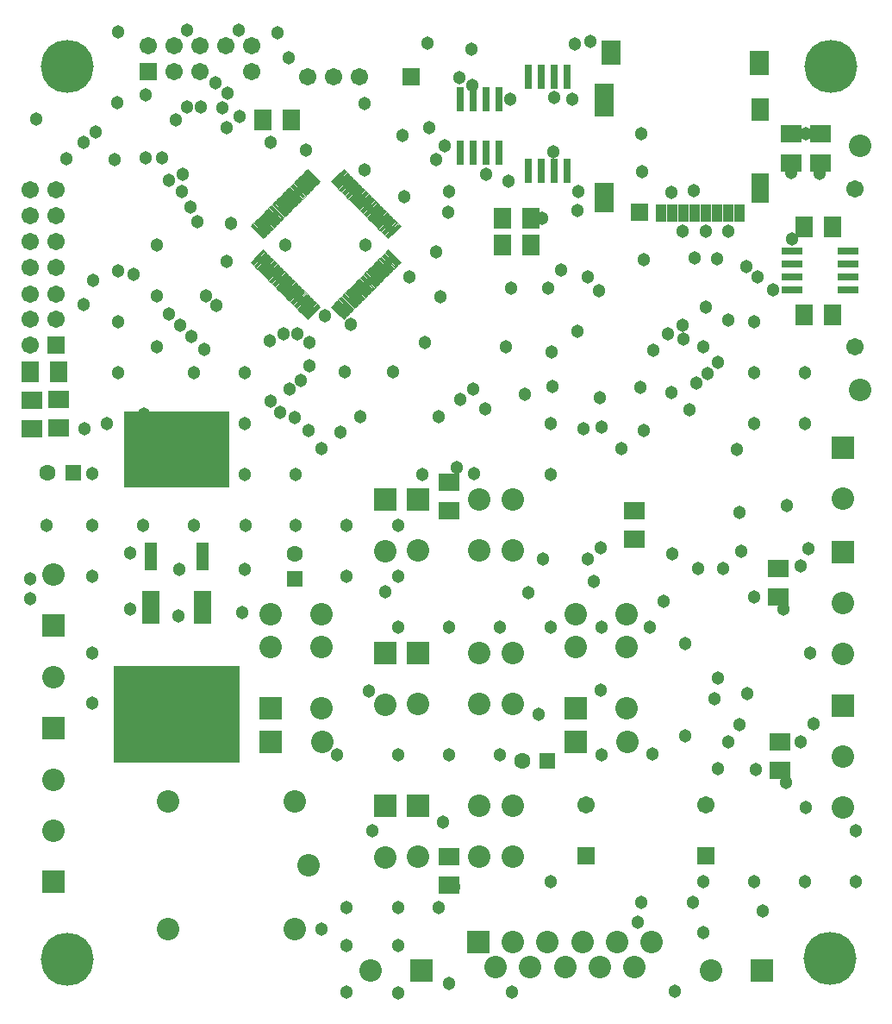
<source format=gbs>
%FSLAX43Y43*%
%MOMM*%
G71*
G01*
G75*
%ADD10C,0.300*%
%ADD11R,1.800X1.600*%
%ADD12R,1.600X1.800*%
%ADD13R,4.000X3.000*%
%ADD14R,0.850X1.300*%
%ADD15R,1.300X0.850*%
%ADD16R,2.200X0.600*%
%ADD17R,2.200X0.600*%
%ADD18C,1.000*%
%ADD19C,0.400*%
%ADD20C,0.500*%
%ADD21C,0.800*%
%ADD22C,0.600*%
%ADD23C,2.000*%
%ADD24C,1.500*%
%ADD25R,1.400X1.400*%
%ADD26C,1.400*%
%ADD27C,5.000*%
%ADD28R,1.500X1.500*%
%ADD29C,1.500*%
%ADD30R,2.000X2.000*%
%ADD31C,1.100*%
%ADD32C,0.075*%
%ADD33R,1.600X2.100*%
%ADD34R,0.600X2.200*%
%ADD35R,0.600X2.200*%
%ADD36R,1.000X2.600*%
%ADD37R,10.200X7.300*%
%ADD38R,1.500X3.000*%
%ADD39R,12.200X9.300*%
%ADD40R,0.800X1.600*%
%ADD41R,1.600X2.800*%
%ADD42R,1.850X0.600*%
%ADD43R,1.700X2.200*%
%ADD44R,1.700X3.000*%
%ADD45R,1.700X2.800*%
%ADD46R,1.600X1.600*%
%ADD47C,1.500*%
%ADD48R,2.003X1.803*%
%ADD49R,1.803X2.003*%
%ADD50R,4.203X3.203*%
%ADD51R,1.053X1.503*%
%ADD52R,1.503X1.053*%
%ADD53R,2.403X0.803*%
%ADD54R,2.403X0.803*%
%ADD55C,2.203*%
%ADD56C,1.703*%
%ADD57R,1.603X1.603*%
%ADD58C,1.603*%
%ADD59C,5.203*%
%ADD60R,1.703X1.703*%
%ADD61C,1.703*%
%ADD62R,2.203X2.203*%
%ADD63C,1.303*%
%ADD64R,1.803X2.303*%
%ADD65R,0.803X2.403*%
%ADD66R,0.803X2.403*%
%ADD67R,1.203X2.803*%
%ADD68R,10.403X7.503*%
%ADD69R,1.703X3.203*%
%ADD70R,12.403X9.503*%
%ADD71R,1.003X1.803*%
%ADD72R,1.803X3.003*%
%ADD73R,2.053X0.803*%
%ADD74R,1.903X2.403*%
%ADD75R,1.903X3.203*%
%ADD76R,1.903X3.003*%
%ADD77R,1.803X1.803*%
D32*
X36764Y77878D02*
X37067Y77575D01*
X35845Y76353D01*
X35542Y76656D01*
X36764Y77878D01*
Y77789D02*
X36978Y77575D01*
X35845Y76441D01*
X35630Y76656D01*
X36764Y77789D01*
Y77701D02*
X36890Y77575D01*
X35845Y76530D01*
X35719Y76656D01*
X36764Y77701D01*
Y77612D02*
X36802Y77575D01*
X35845Y76618D01*
X35807Y76656D01*
X36764Y77612D01*
X36730Y77558D02*
X35879Y76672D01*
X37471Y77171D02*
X37774Y76868D01*
X36552Y75646D01*
X36249Y75949D01*
X37471Y77171D01*
Y77082D02*
X37685Y76868D01*
X36552Y75734D01*
X36337Y75949D01*
X37471Y77082D01*
Y76994D02*
X37597Y76868D01*
X36552Y75823D01*
X36426Y75949D01*
X37471Y76994D01*
Y76905D02*
X37509Y76868D01*
X36552Y75911D01*
X36514Y75949D01*
X37471Y76905D01*
X37437Y76851D02*
X36586Y75965D01*
X37774Y73332D02*
X37471Y73029D01*
X36249Y74251D01*
X36552Y74554D01*
X37774Y73332D01*
X37685D02*
X37471Y73118D01*
X36337Y74251D01*
X36552Y74466D01*
X37685Y73332D01*
X37597D02*
X37471Y73206D01*
X36426Y74251D01*
X36552Y74377D01*
X37597Y73332D01*
X37509D02*
X37471Y73295D01*
X36514Y74251D01*
X36552Y74289D01*
X37509Y73332D01*
X37455Y73367D02*
X36568Y74217D01*
X36713Y72272D02*
X36410Y71969D01*
X35188Y73191D01*
X35491Y73494D01*
X36713Y72272D01*
X36625D02*
X36410Y72057D01*
X35277Y73191D01*
X35491Y73405D01*
X36625Y72272D01*
X36536D02*
X36410Y72146D01*
X35365Y73191D01*
X35491Y73317D01*
X36536Y72272D01*
X36448D02*
X36410Y72234D01*
X35454Y73191D01*
X35491Y73228D01*
X36448Y72272D01*
X36394Y72306D02*
X35508Y73156D01*
X24551Y75949D02*
X24248Y75646D01*
X23026Y76868D01*
X23329Y77171D01*
X24551Y75949D01*
X24463D02*
X24248Y75734D01*
X23115Y76868D01*
X23329Y77082D01*
X24463Y75949D01*
X24374D02*
X24248Y75823D01*
X23203Y76868D01*
X23329Y76994D01*
X24374Y75949D01*
X24286D02*
X24248Y75911D01*
X23291Y76868D01*
X23329Y76905D01*
X24286Y75949D01*
X24232Y75983D02*
X23345Y76833D01*
X24905Y76302D02*
X24602Y75999D01*
X23380Y77221D01*
X23682Y77524D01*
X24905Y76302D01*
X24816D02*
X24602Y76088D01*
X23468Y77221D01*
X23682Y77436D01*
X24816Y76302D01*
X24728D02*
X24602Y76176D01*
X23556Y77221D01*
X23682Y77347D01*
X24728Y76302D01*
X24639D02*
X24602Y76264D01*
X23645Y77221D01*
X23682Y77259D01*
X24639Y76302D01*
X24585Y76336D02*
X23699Y77187D01*
X25258Y76656D02*
X24955Y76353D01*
X23733Y77575D01*
X24036Y77878D01*
X25258Y76656D01*
X25170D02*
X24955Y76441D01*
X23822Y77575D01*
X24036Y77789D01*
X25170Y76656D01*
X25081D02*
X24955Y76530D01*
X23910Y77575D01*
X24036Y77701D01*
X25081Y76656D01*
X24993D02*
X24955Y76618D01*
X23998Y77575D01*
X24036Y77612D01*
X24993Y76656D01*
X24939Y76690D02*
X24052Y77541D01*
X25612Y77009D02*
X25309Y76706D01*
X24087Y77928D01*
X24390Y78231D01*
X25612Y77009D01*
X25523D02*
X25309Y76795D01*
X24175Y77928D01*
X24390Y78143D01*
X25523Y77009D01*
X25435D02*
X25309Y76883D01*
X24264Y77928D01*
X24390Y78054D01*
X25435Y77009D01*
X25346D02*
X25309Y76972D01*
X24352Y77928D01*
X24390Y77966D01*
X25346Y77009D01*
X25292Y77044D02*
X24406Y77894D01*
X25965Y77363D02*
X25662Y77060D01*
X24440Y78282D01*
X24743Y78585D01*
X25965Y77363D01*
X25877D02*
X25662Y77148D01*
X24529Y78282D01*
X24743Y78496D01*
X25877Y77363D01*
X25788D02*
X25662Y77237D01*
X24617Y78282D01*
X24743Y78408D01*
X25788Y77363D01*
X25700D02*
X25662Y77325D01*
X24706Y78282D01*
X24743Y78320D01*
X25700Y77363D01*
X25646Y77397D02*
X24760Y78248D01*
X26319Y77716D02*
X26016Y77414D01*
X24794Y78636D01*
X25097Y78938D01*
X26319Y77716D01*
X26230D02*
X26016Y77502D01*
X24882Y78636D01*
X25097Y78850D01*
X26230Y77716D01*
X26142D02*
X26016Y77590D01*
X24971Y78636D01*
X25097Y78762D01*
X26142Y77716D01*
X26054D02*
X26016Y77679D01*
X25059Y78636D01*
X25097Y78673D01*
X26054Y77716D01*
X26000Y77751D02*
X25113Y78601D01*
X26672Y78070D02*
X26369Y77767D01*
X25147Y78989D01*
X25450Y79292D01*
X26672Y78070D01*
X26584D02*
X26369Y77855D01*
X25236Y78989D01*
X25450Y79203D01*
X26584Y78070D01*
X26496D02*
X26369Y77944D01*
X25324Y78989D01*
X25450Y79115D01*
X26496Y78070D01*
X26407D02*
X26369Y78032D01*
X25413Y78989D01*
X25450Y79027D01*
X26407Y78070D01*
X26353Y78104D02*
X25467Y78955D01*
X27026Y78423D02*
X26723Y78121D01*
X25501Y79343D01*
X25804Y79645D01*
X27026Y78423D01*
X26937D02*
X26723Y78209D01*
X25589Y79343D01*
X25804Y79557D01*
X26937Y78423D01*
X26849D02*
X26723Y78297D01*
X25678Y79343D01*
X25804Y79469D01*
X26849Y78423D01*
X26761D02*
X26723Y78386D01*
X25766Y79343D01*
X25804Y79380D01*
X26761Y78423D01*
X26707Y78458D02*
X25820Y79308D01*
X27379Y78777D02*
X27077Y78474D01*
X25855Y79696D01*
X26157Y79999D01*
X27379Y78777D01*
X27291D02*
X27077Y78563D01*
X25943Y79696D01*
X26157Y79911D01*
X27291Y78777D01*
X27203D02*
X27077Y78651D01*
X26031Y79696D01*
X26157Y79822D01*
X27203Y78777D01*
X27114D02*
X27077Y78739D01*
X26120Y79696D01*
X26157Y79734D01*
X27114Y78777D01*
X27060Y78811D02*
X26174Y79662D01*
X27733Y79131D02*
X27430Y78828D01*
X26208Y80050D01*
X26511Y80353D01*
X27733Y79131D01*
X27645D02*
X27430Y78916D01*
X26297Y80050D01*
X26511Y80264D01*
X27645Y79131D01*
X27556D02*
X27430Y79005D01*
X26385Y80050D01*
X26511Y80176D01*
X27556Y79131D01*
X27468D02*
X27430Y79093D01*
X26473Y80050D01*
X26511Y80087D01*
X27468Y79131D01*
X27414Y79165D02*
X26527Y80015D01*
X28086Y79484D02*
X27784Y79181D01*
X26562Y80403D01*
X26864Y80706D01*
X28086Y79484D01*
X27998D02*
X27784Y79270D01*
X26650Y80403D01*
X26864Y80618D01*
X27998Y79484D01*
X27910D02*
X27784Y79358D01*
X26738Y80403D01*
X26864Y80529D01*
X27910Y79484D01*
X27821D02*
X27784Y79446D01*
X26827Y80403D01*
X26864Y80441D01*
X27821Y79484D01*
X27767Y79518D02*
X26881Y80369D01*
X28440Y79838D02*
X28137Y79535D01*
X26915Y80757D01*
X27218Y81060D01*
X28440Y79838D01*
X28352D02*
X28137Y79623D01*
X27004Y80757D01*
X27218Y80971D01*
X28352Y79838D01*
X28263D02*
X28137Y79712D01*
X27092Y80757D01*
X27218Y80883D01*
X28263Y79838D01*
X28175D02*
X28137Y79800D01*
X27180Y80757D01*
X27218Y80794D01*
X28175Y79838D01*
X28121Y79872D02*
X27234Y80722D01*
X28794Y80191D02*
X28491Y79888D01*
X27269Y81110D01*
X27572Y81413D01*
X28794Y80191D01*
X28705D02*
X28491Y79977D01*
X27357Y81110D01*
X27572Y81325D01*
X28705Y80191D01*
X28617D02*
X28491Y80065D01*
X27446Y81110D01*
X27572Y81236D01*
X28617Y80191D01*
X28528D02*
X28491Y80154D01*
X27534Y81110D01*
X27572Y81148D01*
X28528Y80191D01*
X28474Y80226D02*
X27588Y81076D01*
X29147Y80545D02*
X28844Y80242D01*
X27622Y81464D01*
X27925Y81767D01*
X29147Y80545D01*
X29059D02*
X28844Y80330D01*
X27711Y81464D01*
X27925Y81678D01*
X29059Y80545D01*
X28970D02*
X28844Y80419D01*
X27799Y81464D01*
X27925Y81590D01*
X28970Y80545D01*
X28882D02*
X28844Y80507D01*
X27888Y81464D01*
X27925Y81502D01*
X28882Y80545D01*
X28828Y80579D02*
X27942Y81430D01*
X29501Y80898D02*
X29198Y80595D01*
X27976Y81818D01*
X28279Y82120D01*
X29501Y80898D01*
X29412D02*
X29198Y80684D01*
X28064Y81818D01*
X28279Y82032D01*
X29412Y80898D01*
X29324D02*
X29198Y80772D01*
X28153Y81818D01*
X28279Y81944D01*
X29324Y80898D01*
X29236D02*
X29198Y80861D01*
X28241Y81818D01*
X28279Y81855D01*
X29236Y80898D01*
X29182Y80933D02*
X28295Y81783D01*
X29854Y81252D02*
X29551Y80949D01*
X28329Y82171D01*
X28632Y82474D01*
X29854Y81252D01*
X29766D02*
X29551Y81037D01*
X28418Y82171D01*
X28632Y82385D01*
X29766Y81252D01*
X29677D02*
X29551Y81126D01*
X28506Y82171D01*
X28632Y82297D01*
X29677Y81252D01*
X29589D02*
X29551Y81214D01*
X28595Y82171D01*
X28632Y82209D01*
X29589Y81252D01*
X29535Y81286D02*
X28649Y82137D01*
X29551Y69251D02*
X29854Y68948D01*
X28632Y67726D01*
X28329Y68029D01*
X29551Y69251D01*
Y69163D02*
X29766Y68948D01*
X28632Y67815D01*
X28418Y68029D01*
X29551Y69163D01*
Y69074D02*
X29677Y68948D01*
X28632Y67903D01*
X28506Y68029D01*
X29551Y69074D01*
Y68986D02*
X29589Y68948D01*
X28632Y67991D01*
X28595Y68029D01*
X29551Y68986D01*
X29517Y68932D02*
X28667Y68045D01*
X29198Y69605D02*
X29501Y69302D01*
X28279Y68080D01*
X27976Y68382D01*
X29198Y69605D01*
Y69516D02*
X29412Y69302D01*
X28279Y68168D01*
X28064Y68382D01*
X29198Y69516D01*
Y69428D02*
X29324Y69302D01*
X28279Y68256D01*
X28153Y68382D01*
X29198Y69428D01*
Y69339D02*
X29236Y69302D01*
X28279Y68345D01*
X28241Y68382D01*
X29198Y69339D01*
X29164Y69285D02*
X28313Y68399D01*
X28844Y69958D02*
X29147Y69655D01*
X27925Y68433D01*
X27622Y68736D01*
X28844Y69958D01*
Y69870D02*
X29059Y69655D01*
X27925Y68522D01*
X27711Y68736D01*
X28844Y69870D01*
Y69781D02*
X28970Y69655D01*
X27925Y68610D01*
X27799Y68736D01*
X28844Y69781D01*
Y69693D02*
X28882Y69655D01*
X27925Y68698D01*
X27888Y68736D01*
X28844Y69693D01*
X28810Y69639D02*
X27959Y68752D01*
X28491Y70312D02*
X28794Y70009D01*
X27572Y68787D01*
X27269Y69090D01*
X28491Y70312D01*
Y70223D02*
X28705Y70009D01*
X27572Y68875D01*
X27357Y69090D01*
X28491Y70223D01*
Y70135D02*
X28617Y70009D01*
X27572Y68964D01*
X27446Y69090D01*
X28491Y70135D01*
Y70046D02*
X28528Y70009D01*
X27572Y69052D01*
X27534Y69090D01*
X28491Y70046D01*
X28456Y69992D02*
X27606Y69106D01*
X28137Y70665D02*
X28440Y70362D01*
X27218Y69140D01*
X26915Y69443D01*
X28137Y70665D01*
Y70577D02*
X28352Y70362D01*
X27218Y69229D01*
X27004Y69443D01*
X28137Y70577D01*
Y70488D02*
X28263Y70362D01*
X27218Y69317D01*
X27092Y69443D01*
X28137Y70488D01*
Y70400D02*
X28175Y70362D01*
X27218Y69406D01*
X27180Y69443D01*
X28137Y70400D01*
X28103Y70346D02*
X27252Y69460D01*
X27784Y71019D02*
X28086Y70716D01*
X26864Y69494D01*
X26562Y69797D01*
X27784Y71019D01*
Y70930D02*
X27998Y70716D01*
X26864Y69582D01*
X26650Y69797D01*
X27784Y70930D01*
Y70842D02*
X27910Y70716D01*
X26864Y69671D01*
X26738Y69797D01*
X27784Y70842D01*
Y70754D02*
X27821Y70716D01*
X26864Y69759D01*
X26827Y69797D01*
X27784Y70754D01*
X27749Y70700D02*
X26899Y69813D01*
X27430Y71372D02*
X27733Y71069D01*
X26511Y69847D01*
X26208Y70150D01*
X27430Y71372D01*
Y71284D02*
X27645Y71069D01*
X26511Y69936D01*
X26297Y70150D01*
X27430Y71284D01*
Y71196D02*
X27556Y71069D01*
X26511Y70024D01*
X26385Y70150D01*
X27430Y71196D01*
Y71107D02*
X27468Y71069D01*
X26511Y70113D01*
X26473Y70150D01*
X27430Y71107D01*
X27396Y71053D02*
X26545Y70167D01*
X27077Y71726D02*
X27379Y71423D01*
X26157Y70201D01*
X25855Y70504D01*
X27077Y71726D01*
Y71637D02*
X27291Y71423D01*
X26157Y70289D01*
X25943Y70504D01*
X27077Y71637D01*
Y71549D02*
X27203Y71423D01*
X26157Y70378D01*
X26031Y70504D01*
X27077Y71549D01*
Y71461D02*
X27114Y71423D01*
X26157Y70466D01*
X26120Y70504D01*
X27077Y71461D01*
X27042Y71407D02*
X26192Y70520D01*
X26723Y72079D02*
X27026Y71777D01*
X25804Y70555D01*
X25501Y70857D01*
X26723Y72079D01*
Y71991D02*
X26937Y71777D01*
X25804Y70643D01*
X25589Y70857D01*
X26723Y71991D01*
Y71903D02*
X26849Y71777D01*
X25804Y70731D01*
X25678Y70857D01*
X26723Y71903D01*
Y71814D02*
X26761Y71777D01*
X25804Y70820D01*
X25766Y70857D01*
X26723Y71814D01*
X26689Y71760D02*
X25838Y70874D01*
X26369Y72433D02*
X26672Y72130D01*
X25450Y70908D01*
X25147Y71211D01*
X26369Y72433D01*
Y72345D02*
X26584Y72130D01*
X25450Y70997D01*
X25236Y71211D01*
X26369Y72345D01*
Y72256D02*
X26496Y72130D01*
X25450Y71085D01*
X25324Y71211D01*
X26369Y72256D01*
Y72168D02*
X26407Y72130D01*
X25450Y71173D01*
X25413Y71211D01*
X26369Y72168D01*
X26335Y72114D02*
X25485Y71227D01*
X26016Y72786D02*
X26319Y72484D01*
X25097Y71262D01*
X24794Y71564D01*
X26016Y72786D01*
Y72698D02*
X26230Y72484D01*
X25097Y71350D01*
X24882Y71564D01*
X26016Y72698D01*
Y72610D02*
X26142Y72484D01*
X25097Y71438D01*
X24971Y71564D01*
X26016Y72610D01*
Y72521D02*
X26054Y72484D01*
X25097Y71527D01*
X25059Y71564D01*
X26016Y72521D01*
X25982Y72467D02*
X25131Y71581D01*
X25662Y73140D02*
X25965Y72837D01*
X24743Y71615D01*
X24440Y71918D01*
X25662Y73140D01*
Y73052D02*
X25877Y72837D01*
X24743Y71704D01*
X24529Y71918D01*
X25662Y73052D01*
Y72963D02*
X25788Y72837D01*
X24743Y71792D01*
X24617Y71918D01*
X25662Y72963D01*
Y72875D02*
X25700Y72837D01*
X24743Y71880D01*
X24706Y71918D01*
X25662Y72875D01*
X25628Y72821D02*
X24778Y71934D01*
X25309Y73494D02*
X25612Y73191D01*
X24390Y71969D01*
X24087Y72272D01*
X25309Y73494D01*
Y73405D02*
X25523Y73191D01*
X24390Y72057D01*
X24175Y72272D01*
X25309Y73405D01*
Y73317D02*
X25435Y73191D01*
X24390Y72146D01*
X24264Y72272D01*
X25309Y73317D01*
Y73228D02*
X25346Y73191D01*
X24390Y72234D01*
X24352Y72272D01*
X25309Y73228D01*
X25274Y73174D02*
X24424Y72288D01*
X24955Y73847D02*
X25258Y73544D01*
X24036Y72322D01*
X23733Y72625D01*
X24955Y73847D01*
Y73759D02*
X25170Y73544D01*
X24036Y72411D01*
X23822Y72625D01*
X24955Y73759D01*
Y73670D02*
X25081Y73544D01*
X24036Y72499D01*
X23910Y72625D01*
X24955Y73670D01*
Y73582D02*
X24993Y73544D01*
X24036Y72588D01*
X23998Y72625D01*
X24955Y73582D01*
X24921Y73528D02*
X24070Y72642D01*
X24602Y74201D02*
X24905Y73898D01*
X23682Y72676D01*
X23380Y72979D01*
X24602Y74201D01*
Y74112D02*
X24816Y73898D01*
X23682Y72764D01*
X23468Y72979D01*
X24602Y74112D01*
Y74024D02*
X24728Y73898D01*
X23682Y72853D01*
X23556Y72979D01*
X24602Y74024D01*
Y73936D02*
X24639Y73898D01*
X23682Y72941D01*
X23645Y72979D01*
X24602Y73936D01*
X24567Y73882D02*
X23717Y72995D01*
X24248Y74554D02*
X24551Y74251D01*
X23329Y73029D01*
X23026Y73332D01*
X24248Y74554D01*
Y74466D02*
X24463Y74251D01*
X23329Y73118D01*
X23115Y73332D01*
X24248Y74466D01*
Y74377D02*
X24374Y74251D01*
X23329Y73206D01*
X23203Y73332D01*
X24248Y74377D01*
Y74289D02*
X24286Y74251D01*
X23329Y73295D01*
X23291Y73332D01*
X24248Y74289D01*
X24214Y74235D02*
X23363Y73349D01*
X32471Y68029D02*
X32168Y67726D01*
X30946Y68948D01*
X31249Y69251D01*
X32471Y68029D01*
X32382D02*
X32168Y67815D01*
X31034Y68948D01*
X31249Y69163D01*
X32382Y68029D01*
X32294D02*
X32168Y67903D01*
X31123Y68948D01*
X31249Y69074D01*
X32294Y68029D01*
X32205D02*
X32168Y67991D01*
X31211Y68948D01*
X31249Y68986D01*
X32205Y68029D01*
X32151Y68063D02*
X31265Y68914D01*
X32824Y68382D02*
X32521Y68080D01*
X31299Y69302D01*
X31602Y69605D01*
X32824Y68382D01*
X32736D02*
X32521Y68168D01*
X31388Y69302D01*
X31602Y69516D01*
X32736Y68382D01*
X32647D02*
X32521Y68256D01*
X31476Y69302D01*
X31602Y69428D01*
X32647Y68382D01*
X32559D02*
X32521Y68345D01*
X31564Y69302D01*
X31602Y69339D01*
X32559Y68382D01*
X32505Y68417D02*
X31618Y69267D01*
X33178Y68736D02*
X32875Y68433D01*
X31653Y69655D01*
X31956Y69958D01*
X33178Y68736D01*
X33089D02*
X32875Y68522D01*
X31741Y69655D01*
X31956Y69870D01*
X33089Y68736D01*
X33001D02*
X32875Y68610D01*
X31830Y69655D01*
X31956Y69781D01*
X33001Y68736D01*
X32912D02*
X32875Y68698D01*
X31918Y69655D01*
X31956Y69693D01*
X32912Y68736D01*
X32858Y68770D02*
X31972Y69621D01*
X33531Y69090D02*
X33228Y68787D01*
X32006Y70009D01*
X32309Y70312D01*
X33531Y69090D01*
X33443D02*
X33228Y68875D01*
X32095Y70009D01*
X32309Y70223D01*
X33443Y69090D01*
X33354D02*
X33228Y68964D01*
X32183Y70009D01*
X32309Y70135D01*
X33354Y69090D01*
X33266D02*
X33228Y69052D01*
X32272Y70009D01*
X32309Y70046D01*
X33266Y69090D01*
X33212Y69124D02*
X32326Y69974D01*
X33885Y69443D02*
X33582Y69140D01*
X32360Y70362D01*
X32663Y70665D01*
X33885Y69443D01*
X33796D02*
X33582Y69229D01*
X32448Y70362D01*
X32663Y70577D01*
X33796Y69443D01*
X33708D02*
X33582Y69317D01*
X32537Y70362D01*
X32663Y70488D01*
X33708Y69443D01*
X33620D02*
X33582Y69406D01*
X32625Y70362D01*
X32663Y70400D01*
X33620Y69443D01*
X33566Y69478D02*
X32679Y70328D01*
X34238Y69797D02*
X33936Y69494D01*
X32714Y70716D01*
X33016Y71019D01*
X34238Y69797D01*
X34150D02*
X33936Y69582D01*
X32802Y70716D01*
X33016Y70930D01*
X34150Y69797D01*
X34062D02*
X33936Y69671D01*
X32890Y70716D01*
X33016Y70842D01*
X34062Y69797D01*
X33973D02*
X33936Y69759D01*
X32979Y70716D01*
X33016Y70754D01*
X33973Y69797D01*
X33919Y69831D02*
X33033Y70682D01*
X34592Y70150D02*
X34289Y69847D01*
X33067Y71069D01*
X33370Y71372D01*
X34592Y70150D01*
X34503D02*
X34289Y69936D01*
X33155Y71069D01*
X33370Y71284D01*
X34503Y70150D01*
X34415D02*
X34289Y70024D01*
X33244Y71069D01*
X33370Y71196D01*
X34415Y70150D01*
X34327D02*
X34289Y70113D01*
X33332Y71069D01*
X33370Y71107D01*
X34327Y70150D01*
X34273Y70185D02*
X33386Y71035D01*
X34945Y70504D02*
X34643Y70201D01*
X33421Y71423D01*
X33723Y71726D01*
X34945Y70504D01*
X34857D02*
X34643Y70289D01*
X33509Y71423D01*
X33723Y71637D01*
X34857Y70504D01*
X34769D02*
X34643Y70378D01*
X33597Y71423D01*
X33723Y71549D01*
X34769Y70504D01*
X34680D02*
X34643Y70466D01*
X33686Y71423D01*
X33723Y71461D01*
X34680Y70504D01*
X34626Y70538D02*
X33740Y71389D01*
X35299Y70857D02*
X34996Y70555D01*
X33774Y71777D01*
X34077Y72079D01*
X35299Y70857D01*
X35211D02*
X34996Y70643D01*
X33863Y71777D01*
X34077Y71991D01*
X35211Y70857D01*
X35122D02*
X34996Y70731D01*
X33951Y71777D01*
X34077Y71903D01*
X35122Y70857D01*
X35034D02*
X34996Y70820D01*
X34039Y71777D01*
X34077Y71814D01*
X35034Y70857D01*
X34980Y70892D02*
X34093Y71742D01*
X35653Y71211D02*
X35350Y70908D01*
X34128Y72130D01*
X34431Y72433D01*
X35653Y71211D01*
X35564D02*
X35350Y70997D01*
X34216Y72130D01*
X34431Y72345D01*
X35564Y71211D01*
X35476D02*
X35350Y71085D01*
X34305Y72130D01*
X34431Y72256D01*
X35476Y71211D01*
X35387D02*
X35350Y71173D01*
X34393Y72130D01*
X34431Y72168D01*
X35387Y71211D01*
X35333Y71245D02*
X34447Y72096D01*
X36006Y71564D02*
X35703Y71262D01*
X34481Y72484D01*
X34784Y72786D01*
X36006Y71564D01*
X35918D02*
X35703Y71350D01*
X34570Y72484D01*
X34784Y72698D01*
X35918Y71564D01*
X35829D02*
X35703Y71438D01*
X34658Y72484D01*
X34784Y72610D01*
X35829Y71564D01*
X35741D02*
X35703Y71527D01*
X34746Y72484D01*
X34784Y72521D01*
X35741Y71564D01*
X35687Y71599D02*
X34800Y72449D01*
X36360Y71918D02*
X36057Y71615D01*
X34835Y72837D01*
X35138Y73140D01*
X36360Y71918D01*
X36271D02*
X36057Y71704D01*
X34923Y72837D01*
X35138Y73052D01*
X36271Y71918D01*
X36183D02*
X36057Y71792D01*
X35012Y72837D01*
X35138Y72963D01*
X36183Y71918D01*
X36094D02*
X36057Y71880D01*
X35100Y72837D01*
X35138Y72875D01*
X36094Y71918D01*
X36040Y71952D02*
X35154Y72803D01*
X37067Y72625D02*
X36764Y72322D01*
X35542Y73544D01*
X35845Y73847D01*
X37067Y72625D01*
X36978D02*
X36764Y72411D01*
X35630Y73544D01*
X35845Y73759D01*
X36978Y72625D01*
X36890D02*
X36764Y72499D01*
X35719Y73544D01*
X35845Y73670D01*
X36890Y72625D01*
X36802D02*
X36764Y72588D01*
X35807Y73544D01*
X35845Y73582D01*
X36802Y72625D01*
X36748Y72660D02*
X35861Y73510D01*
X37420Y72979D02*
X37118Y72676D01*
X35895Y73898D01*
X36198Y74201D01*
X37420Y72979D01*
X37332D02*
X37118Y72764D01*
X35984Y73898D01*
X36198Y74112D01*
X37332Y72979D01*
X37244D02*
X37118Y72853D01*
X36072Y73898D01*
X36198Y74024D01*
X37244Y72979D01*
X37155D02*
X37118Y72941D01*
X36161Y73898D01*
X36198Y73936D01*
X37155Y72979D01*
X37101Y73013D02*
X36215Y73864D01*
X37118Y77524D02*
X37420Y77221D01*
X36198Y75999D01*
X35895Y76302D01*
X37118Y77524D01*
Y77436D02*
X37332Y77221D01*
X36198Y76088D01*
X35984Y76302D01*
X37118Y77436D01*
Y77347D02*
X37244Y77221D01*
X36198Y76176D01*
X36072Y76302D01*
X37118Y77347D01*
Y77259D02*
X37155Y77221D01*
X36198Y76264D01*
X36161Y76302D01*
X37118Y77259D01*
X37083Y77205D02*
X36233Y76318D01*
X36410Y78231D02*
X36713Y77928D01*
X35491Y76706D01*
X35188Y77009D01*
X36410Y78231D01*
Y78143D02*
X36625Y77928D01*
X35491Y76795D01*
X35277Y77009D01*
X36410Y78143D01*
Y78054D02*
X36536Y77928D01*
X35491Y76883D01*
X35365Y77009D01*
X36410Y78054D01*
Y77966D02*
X36448Y77928D01*
X35491Y76972D01*
X35454Y77009D01*
X36410Y77966D01*
X36376Y77912D02*
X35526Y77026D01*
X36057Y78585D02*
X36360Y78282D01*
X35138Y77060D01*
X34835Y77363D01*
X36057Y78585D01*
Y78496D02*
X36271Y78282D01*
X35138Y77148D01*
X34923Y77363D01*
X36057Y78496D01*
Y78408D02*
X36183Y78282D01*
X35138Y77237D01*
X35012Y77363D01*
X36057Y78408D01*
Y78320D02*
X36094Y78282D01*
X35138Y77325D01*
X35100Y77363D01*
X36057Y78320D01*
X36022Y78266D02*
X35172Y77379D01*
X35703Y78938D02*
X36006Y78636D01*
X34784Y77413D01*
X34481Y77716D01*
X35703Y78938D01*
Y78850D02*
X35918Y78636D01*
X34784Y77502D01*
X34570Y77716D01*
X35703Y78850D01*
Y78762D02*
X35829Y78636D01*
X34784Y77590D01*
X34658Y77716D01*
X35703Y78762D01*
Y78673D02*
X35741Y78636D01*
X34784Y77679D01*
X34746Y77716D01*
X35703Y78673D01*
X35669Y78619D02*
X34818Y77733D01*
X35350Y79292D02*
X35653Y78989D01*
X34430Y77767D01*
X34128Y78070D01*
X35350Y79292D01*
Y79204D02*
X35564Y78989D01*
X34430Y77855D01*
X34216Y78070D01*
X35350Y79204D01*
Y79115D02*
X35476Y78989D01*
X34430Y77944D01*
X34304Y78070D01*
X35350Y79115D01*
Y79027D02*
X35387Y78989D01*
X34430Y78032D01*
X34393Y78070D01*
X35350Y79027D01*
X35315Y78973D02*
X34465Y78086D01*
X34996Y79645D02*
X35299Y79343D01*
X34077Y78121D01*
X33774Y78423D01*
X34996Y79645D01*
Y79557D02*
X35211Y79343D01*
X34077Y78209D01*
X33863Y78423D01*
X34996Y79557D01*
Y79469D02*
X35122Y79343D01*
X34077Y78297D01*
X33951Y78423D01*
X34996Y79469D01*
Y79380D02*
X35034Y79343D01*
X34077Y78386D01*
X34039Y78423D01*
X34996Y79380D01*
X34962Y79326D02*
X34111Y78440D01*
X34643Y79999D02*
X34945Y79696D01*
X33723Y78474D01*
X33421Y78777D01*
X34643Y79999D01*
Y79911D02*
X34857Y79696D01*
X33723Y78563D01*
X33509Y78777D01*
X34643Y79911D01*
Y79822D02*
X34769Y79696D01*
X33723Y78651D01*
X33597Y78777D01*
X34643Y79822D01*
Y79734D02*
X34680Y79696D01*
X33723Y78739D01*
X33686Y78777D01*
X34643Y79734D01*
X34608Y79680D02*
X33758Y78793D01*
X34289Y80353D02*
X34592Y80050D01*
X33370Y78828D01*
X33067Y79131D01*
X34289Y80353D01*
Y80264D02*
X34503Y80050D01*
X33370Y78916D01*
X33155Y79131D01*
X34289Y80264D01*
Y80176D02*
X34415Y80050D01*
X33370Y79005D01*
X33244Y79131D01*
X34289Y80176D01*
Y80087D02*
X34327Y80050D01*
X33370Y79093D01*
X33332Y79131D01*
X34289Y80087D01*
X34255Y80033D02*
X33404Y79147D01*
X33936Y80706D02*
X34238Y80403D01*
X33016Y79181D01*
X32714Y79484D01*
X33936Y80706D01*
Y80618D02*
X34150Y80403D01*
X33016Y79270D01*
X32802Y79484D01*
X33936Y80618D01*
Y80529D02*
X34062Y80403D01*
X33016Y79358D01*
X32890Y79484D01*
X33936Y80529D01*
Y80441D02*
X33973Y80403D01*
X33016Y79446D01*
X32979Y79484D01*
X33936Y80441D01*
X33901Y80387D02*
X33051Y79500D01*
X33582Y81060D02*
X33885Y80757D01*
X32663Y79535D01*
X32360Y79838D01*
X33582Y81060D01*
Y80971D02*
X33796Y80757D01*
X32663Y79623D01*
X32448Y79838D01*
X33582Y80971D01*
Y80883D02*
X33708Y80757D01*
X32663Y79712D01*
X32537Y79838D01*
X33582Y80883D01*
Y80794D02*
X33620Y80757D01*
X32663Y79800D01*
X32625Y79838D01*
X33582Y80794D01*
X33548Y80740D02*
X32697Y79854D01*
X33228Y81413D02*
X33531Y81110D01*
X32309Y79888D01*
X32006Y80191D01*
X33228Y81413D01*
Y81325D02*
X33443Y81110D01*
X32309Y79977D01*
X32095Y80191D01*
X33228Y81325D01*
Y81236D02*
X33354Y81110D01*
X32309Y80065D01*
X32183Y80191D01*
X33228Y81236D01*
Y81148D02*
X33266Y81110D01*
X32309Y80154D01*
X32272Y80191D01*
X33228Y81148D01*
X33194Y81094D02*
X32344Y80208D01*
X32875Y81767D02*
X33178Y81464D01*
X31956Y80242D01*
X31653Y80545D01*
X32875Y81767D01*
Y81678D02*
X33089Y81464D01*
X31956Y80330D01*
X31741Y80545D01*
X32875Y81678D01*
Y81590D02*
X33001Y81464D01*
X31956Y80419D01*
X31830Y80545D01*
X32875Y81590D01*
Y81502D02*
X32912Y81464D01*
X31956Y80507D01*
X31918Y80545D01*
X32875Y81502D01*
X32841Y81448D02*
X31990Y80561D01*
X32521Y82120D02*
X32824Y81818D01*
X31602Y80595D01*
X31299Y80898D01*
X32521Y82120D01*
Y82032D02*
X32736Y81818D01*
X31602Y80684D01*
X31388Y80898D01*
X32521Y82032D01*
Y81944D02*
X32647Y81818D01*
X31602Y80772D01*
X31476Y80898D01*
X32521Y81944D01*
Y81855D02*
X32559Y81818D01*
X31602Y80861D01*
X31564Y80898D01*
X32521Y81855D01*
X32487Y81801D02*
X31636Y80915D01*
X32168Y82474D02*
X32471Y82171D01*
X31249Y80949D01*
X30946Y81252D01*
X32168Y82474D01*
Y82385D02*
X32382Y82171D01*
X31249Y81037D01*
X31034Y81252D01*
X32168Y82385D01*
Y82297D02*
X32294Y82171D01*
X31249Y81126D01*
X31123Y81252D01*
X32168Y82297D01*
Y82209D02*
X32205Y82171D01*
X31249Y81214D01*
X31211Y81252D01*
X32168Y82209D01*
X32133Y82155D02*
X31283Y81268D01*
D48*
X60707Y48912D02*
D03*
X60707Y46112D02*
D03*
X76143Y83088D02*
D03*
Y85888D02*
D03*
X78993Y83088D02*
D03*
Y85888D02*
D03*
X75083Y26276D02*
D03*
Y23476D02*
D03*
X74893Y43288D02*
D03*
Y40488D02*
D03*
X42507Y48912D02*
D03*
X42507Y51712D02*
D03*
X1583Y56976D02*
D03*
Y59776D02*
D03*
X4217Y59824D02*
D03*
Y57024D02*
D03*
X42500Y15000D02*
D03*
Y12200D02*
D03*
D49*
X1412Y62593D02*
D03*
X4212D02*
D03*
X50576Y75017D02*
D03*
X47776D02*
D03*
X50576Y77617D02*
D03*
X47776Y77617D02*
D03*
X24224Y87283D02*
D03*
X27024D02*
D03*
X77424Y76783D02*
D03*
X80224D02*
D03*
Y68183D02*
D03*
X77424D02*
D03*
D55*
X82896Y60812D02*
D03*
Y84712D02*
D03*
X68308Y3792D02*
D03*
X3700Y42700D02*
D03*
X81208Y50108D02*
D03*
X81204Y39899D02*
D03*
X81204Y34899D02*
D03*
X81204Y24799D02*
D03*
X81204Y19799D02*
D03*
X3700Y32600D02*
D03*
X34800Y3800D02*
D03*
X3699Y17499D02*
D03*
Y22499D02*
D03*
X27404Y20408D02*
D03*
X28704Y14108D02*
D03*
X14904Y20408D02*
D03*
Y7908D02*
D03*
X27404D02*
D03*
X39516Y29999D02*
D03*
X48766Y14997D02*
D03*
Y19997D02*
D03*
X30001Y29516D02*
D03*
X60003Y38766D02*
D03*
X55003D02*
D03*
X60001Y29516D02*
D03*
X55001Y35516D02*
D03*
X60001D02*
D03*
X60083Y26266D02*
D03*
X30003Y38766D02*
D03*
X25003D02*
D03*
X30083Y26266D02*
D03*
X30001Y35516D02*
D03*
X25001D02*
D03*
X39516Y14999D02*
D03*
X45516Y19999D02*
D03*
Y14999D02*
D03*
X36266Y14917D02*
D03*
X48766Y29997D02*
D03*
Y34997D02*
D03*
X36266Y29917D02*
D03*
X45516Y29999D02*
D03*
Y34999D02*
D03*
X39516Y44999D02*
D03*
X45516Y49999D02*
D03*
X45516Y44999D02*
D03*
X36266Y44917D02*
D03*
X48766Y49997D02*
D03*
Y44997D02*
D03*
X47122Y4104D02*
D03*
X48822Y6604D02*
D03*
X62422D02*
D03*
X50522Y4104D02*
D03*
X52222Y6604D02*
D03*
X53922Y4104D02*
D03*
X55622Y6604D02*
D03*
X57322Y4104D02*
D03*
X59022Y6604D02*
D03*
X60722Y4104D02*
D03*
D56*
X13000Y94540D02*
D03*
X15540Y92000D02*
D03*
Y94540D02*
D03*
X18080D02*
D03*
X20620D02*
D03*
X23160Y92000D02*
D03*
Y94540D02*
D03*
D57*
X52189Y24392D02*
D03*
X27392Y42211D02*
D03*
X5589Y52692D02*
D03*
D58*
X49689Y24392D02*
D03*
X27392Y44711D02*
D03*
X3089Y52692D02*
D03*
D59*
X5050Y4900D02*
D03*
X5000Y92500D02*
D03*
X80000D02*
D03*
X79950Y4950D02*
D03*
D60*
X67793Y15099D02*
D03*
X55993D02*
D03*
X38808Y91509D02*
D03*
X3896Y65212D02*
D03*
X13000Y92000D02*
D03*
D61*
X67793Y20099D02*
D03*
X55993D02*
D03*
X28648Y91509D02*
D03*
X31188D02*
D03*
X33728D02*
D03*
X1396Y65212D02*
D03*
X3896Y70212D02*
D03*
X1396D02*
D03*
Y67712D02*
D03*
X3896D02*
D03*
Y72812D02*
D03*
X1396D02*
D03*
X3896Y75312D02*
D03*
Y77912D02*
D03*
X1396D02*
D03*
X3896Y80412D02*
D03*
X1396D02*
D03*
X82396Y65012D02*
D03*
X18080Y92000D02*
D03*
X82396Y80512D02*
D03*
X1396Y75312D02*
D03*
D62*
X73308Y3792D02*
D03*
X3700Y37700D02*
D03*
X81208Y55108D02*
D03*
X81204Y44899D02*
D03*
X81204Y29799D02*
D03*
X3700Y27600D02*
D03*
X3699Y12499D02*
D03*
X39516Y34999D02*
D03*
X25001Y29516D02*
D03*
X55001D02*
D03*
X55003Y26266D02*
D03*
X25003D02*
D03*
X39516Y19999D02*
D03*
X36266Y19997D02*
D03*
Y34997D02*
D03*
X39516Y49999D02*
D03*
X36266Y49997D02*
D03*
X39800Y3800D02*
D03*
X45422Y6604D02*
D03*
D63*
X61400Y85950D02*
D03*
X70800Y54950D02*
D03*
X12550Y58400D02*
D03*
X64450Y44700D02*
D03*
X57450Y45300D02*
D03*
X71100Y27950D02*
D03*
X78350Y28050D02*
D03*
X78000Y35000D02*
D03*
X71200Y44950D02*
D03*
X77850Y45200D02*
D03*
X1400Y40300D02*
D03*
X6700Y57000D02*
D03*
X73050Y80600D02*
D03*
X71750Y72850D02*
D03*
X61493Y82200D02*
D03*
X34350Y75050D02*
D03*
X51650Y77600D02*
D03*
X75400Y39300D02*
D03*
X75648Y22251D02*
D03*
X77600Y19800D02*
D03*
X53550Y72550D02*
D03*
X55700Y56950D02*
D03*
X31900Y56650D02*
D03*
X66599Y80350D02*
D03*
X56450Y94950D02*
D03*
X26450Y75000D02*
D03*
X38100Y79750D02*
D03*
X66500Y10500D02*
D03*
X61400D02*
D03*
X43000Y12050D02*
D03*
X41950Y18400D02*
D03*
X11200Y39300D02*
D03*
Y44800D02*
D03*
X34700Y31200D02*
D03*
X59500Y55050D02*
D03*
X30300Y68050D02*
D03*
X30000Y55050D02*
D03*
X48400Y81250D02*
D03*
X48550Y89300D02*
D03*
X52835Y89515D02*
D03*
X52800Y84150D02*
D03*
X76249Y75601D02*
D03*
X77550Y85888D02*
D03*
X72850Y71850D02*
D03*
X76150Y82100D02*
D03*
X78950Y82000D02*
D03*
X74400Y70595D02*
D03*
X52650Y64500D02*
D03*
X52700Y61100D02*
D03*
X61300Y61000D02*
D03*
X68950Y32500D02*
D03*
X62600Y64700D02*
D03*
X67000Y43250D02*
D03*
X56800Y41950D02*
D03*
X48150Y65050D02*
D03*
X50300Y40900D02*
D03*
X36300Y41000D02*
D03*
X55150Y66550D02*
D03*
Y78400D02*
D03*
X42450Y78200D02*
D03*
X65600Y65800D02*
D03*
X66150Y58800D02*
D03*
X27350Y58050D02*
D03*
X40200Y65450D02*
D03*
X41500Y58200D02*
D03*
X33800Y58150D02*
D03*
X77050Y43500D02*
D03*
X77100Y26250D02*
D03*
X72683Y23500D02*
D03*
X72500Y40500D02*
D03*
X28850Y65450D02*
D03*
X28000Y61700D02*
D03*
X66800Y61500D02*
D03*
X70000Y26250D02*
D03*
X67950Y62400D02*
D03*
X69500Y43250D02*
D03*
X68950Y63500D02*
D03*
X38600Y71900D02*
D03*
X28450Y84300D02*
D03*
X20700Y73400D02*
D03*
X32900Y67200D02*
D03*
X73350Y9650D02*
D03*
X43300Y53200D02*
D03*
X41650Y69950D02*
D03*
X65500Y76400D02*
D03*
Y67150D02*
D03*
X70000Y76350D02*
D03*
Y67600D02*
D03*
X67800Y76350D02*
D03*
Y68950D02*
D03*
X40450Y94800D02*
D03*
X40550Y86550D02*
D03*
X18150Y88550D02*
D03*
X16800D02*
D03*
X20750Y89900D02*
D03*
X12750Y89750D02*
D03*
X12700Y83600D02*
D03*
X14300Y83550D02*
D03*
X11550Y72100D02*
D03*
X7800Y86100D02*
D03*
X7550Y71500D02*
D03*
X6600Y69200D02*
D03*
Y85050D02*
D03*
X17850Y77300D02*
D03*
X18500Y64800D02*
D03*
X17100Y78750D02*
D03*
X17250Y66000D02*
D03*
X16300Y80250D02*
D03*
X16100Y67150D02*
D03*
X15000Y81350D02*
D03*
Y68250D02*
D03*
X57300Y70550D02*
D03*
X25650Y95800D02*
D03*
X21950Y87600D02*
D03*
X56200Y71900D02*
D03*
X54900Y94750D02*
D03*
X26800Y93400D02*
D03*
X20650Y86500D02*
D03*
X43550Y91400D02*
D03*
X43600Y59850D02*
D03*
X25000Y59700D02*
D03*
X24900Y65600D02*
D03*
X44850Y90700D02*
D03*
X44900Y60900D02*
D03*
X46150Y81950D02*
D03*
X46100Y58900D02*
D03*
X25950Y58550D02*
D03*
X26250Y66250D02*
D03*
X27600Y66300D02*
D03*
X26900Y60900D02*
D03*
X44750Y94200D02*
D03*
X19550Y90950D02*
D03*
X18700Y70050D02*
D03*
X19700Y69100D02*
D03*
X20300Y88450D02*
D03*
X42150Y84750D02*
D03*
X42500Y80250D02*
D03*
X55250D02*
D03*
X54650Y89350D02*
D03*
X41300Y83400D02*
D03*
X64000Y66300D02*
D03*
X64350Y80200D02*
D03*
X1350Y42200D02*
D03*
X30000Y7908D02*
D03*
X41250Y74300D02*
D03*
X48650Y70750D02*
D03*
X52250D02*
D03*
X61699Y73550D02*
D03*
X57500Y57150D02*
D03*
X57350Y60050D02*
D03*
X82500Y12500D02*
D03*
X77500Y12500D02*
D03*
X72500D02*
D03*
X82500Y17500D02*
D03*
X67500Y7500D02*
D03*
X67499Y12500D02*
D03*
X64699Y1750D02*
D03*
X61050Y8550D02*
D03*
X52500Y12500D02*
D03*
X48750Y1700D02*
D03*
X42500Y2500D02*
D03*
X37500Y1600D02*
D03*
X37550Y6300D02*
D03*
X32500Y6250D02*
D03*
Y1650D02*
D03*
Y10000D02*
D03*
X37500Y10000D02*
D03*
X41550D02*
D03*
X35000Y17500D02*
D03*
X37500Y25000D02*
D03*
X42500Y25000D02*
D03*
X47500Y25000D02*
D03*
X31550D02*
D03*
X20000Y27500D02*
D03*
Y32500D02*
D03*
X22250Y38900D02*
D03*
X15950Y38600D02*
D03*
X16050Y43200D02*
D03*
X22500Y43200D02*
D03*
X22550Y47500D02*
D03*
X17500Y47500D02*
D03*
X12500D02*
D03*
X7500Y47500D02*
D03*
Y52550D02*
D03*
X8900Y57500D02*
D03*
X7500Y42500D02*
D03*
X7450Y35000D02*
D03*
X11800Y30850D02*
D03*
X7450Y30050D02*
D03*
X3000Y47500D02*
D03*
X27500D02*
D03*
X27500Y52500D02*
D03*
X32500Y47500D02*
D03*
Y42500D02*
D03*
X37500Y47500D02*
D03*
Y42500D02*
D03*
Y37500D02*
D03*
X42500Y37500D02*
D03*
X47500Y37500D02*
D03*
X52500D02*
D03*
X57499Y37500D02*
D03*
X62300D02*
D03*
X62500Y25050D02*
D03*
X57500Y25000D02*
D03*
X51300Y28950D02*
D03*
X57450Y31300D02*
D03*
X65699Y26850D02*
D03*
X68599Y30450D02*
D03*
X68950Y23650D02*
D03*
X71799Y31000D02*
D03*
X65750Y35850D02*
D03*
X63650Y40000D02*
D03*
X56199Y44150D02*
D03*
X51750Y44200D02*
D03*
X71050Y48800D02*
D03*
X75750Y49400D02*
D03*
X61700Y56800D02*
D03*
X64350Y60550D02*
D03*
X72500Y57450D02*
D03*
X77499Y57500D02*
D03*
X72500Y62500D02*
D03*
Y67500D02*
D03*
X77500Y62500D02*
D03*
X66699Y73700D02*
D03*
X68899Y73650D02*
D03*
X67500Y65000D02*
D03*
X52500Y57500D02*
D03*
X50000Y60400D02*
D03*
X52550Y52450D02*
D03*
X45000Y52550D02*
D03*
X39950Y52500D02*
D03*
X22500Y52500D02*
D03*
Y57450D02*
D03*
X28750Y56800D02*
D03*
X32250Y62550D02*
D03*
X37050D02*
D03*
X28800Y63150D02*
D03*
X22500Y62500D02*
D03*
X17500D02*
D03*
X10000D02*
D03*
X10050Y67500D02*
D03*
X10000Y72500D02*
D03*
X13800Y75000D02*
D03*
Y70000D02*
D03*
X13850Y65000D02*
D03*
X9700Y83350D02*
D03*
X4950Y83450D02*
D03*
X1950Y87400D02*
D03*
X9950Y89000D02*
D03*
X10000Y95950D02*
D03*
X16800Y96050D02*
D03*
X21850D02*
D03*
X15700Y87250D02*
D03*
X21100Y77150D02*
D03*
X16400Y81950D02*
D03*
X34250Y82400D02*
D03*
X37950Y85750D02*
D03*
X34200Y88900D02*
D03*
X25000Y85050D02*
D03*
D64*
X73100Y88325D02*
D03*
D65*
X51565Y82300D02*
D03*
X52835D02*
D03*
X54105D02*
D03*
X52835Y91500D02*
D03*
X50295D02*
D03*
Y82300D02*
D03*
X51565Y91500D02*
D03*
X46143Y84077D02*
D03*
X43603Y89277D02*
D03*
X46143D02*
D03*
D66*
X54105Y91500D02*
D03*
X47413Y84077D02*
D03*
X44873D02*
D03*
X47413Y89277D02*
D03*
X44873Y89277D02*
D03*
X43603Y84077D02*
D03*
D67*
X13271Y44454D02*
D03*
X18351D02*
D03*
D68*
X15811Y54954D02*
D03*
D69*
X18323Y39451D02*
D03*
X13243Y39451D02*
D03*
D70*
X15783Y28951D02*
D03*
D71*
X63360Y78100D02*
D03*
X64460D02*
D03*
X65560D02*
D03*
X66660Y78100D02*
D03*
X67760Y78100D02*
D03*
X68860Y78100D02*
D03*
X69960Y78100D02*
D03*
X71060D02*
D03*
D72*
X73100Y80600D02*
D03*
D73*
X76225Y70595D02*
D03*
Y71865D02*
D03*
Y73135D02*
D03*
Y74405D02*
D03*
X81775Y70595D02*
D03*
X81775Y71865D02*
D03*
Y73135D02*
D03*
X81775Y74405D02*
D03*
D74*
X73050Y92900D02*
D03*
X58450Y93925D02*
D03*
D75*
X57750Y89225D02*
D03*
D76*
Y79700D02*
D03*
D77*
X61250Y78250D02*
D03*
M02*

</source>
